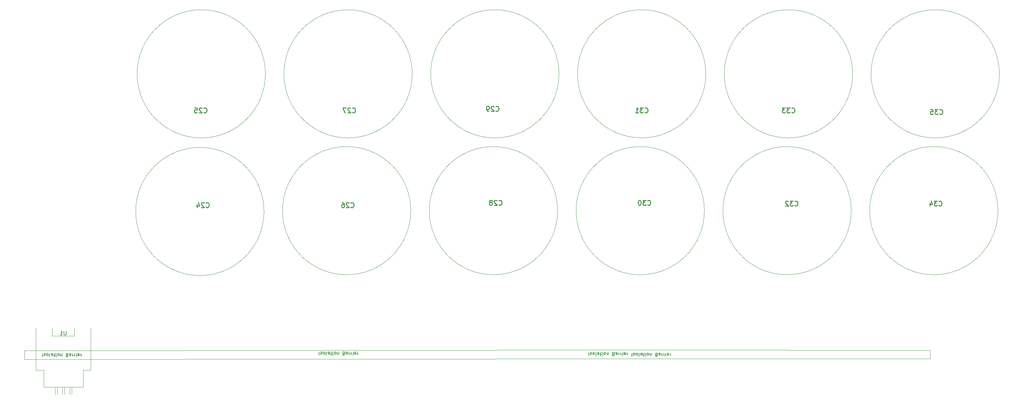
<source format=gbo>
%TF.GenerationSoftware,KiCad,Pcbnew,(5.1.7)-1*%
%TF.CreationDate,2021-03-15T08:37:38+01:00*%
%TF.ProjectId,SuperCap Small,53757065-7243-4617-9020-536d616c6c2e,rev?*%
%TF.SameCoordinates,Original*%
%TF.FileFunction,Legend,Bot*%
%TF.FilePolarity,Positive*%
%FSLAX46Y46*%
G04 Gerber Fmt 4.6, Leading zero omitted, Abs format (unit mm)*
G04 Created by KiCad (PCBNEW (5.1.7)-1) date 2021-03-15 08:37:38*
%MOMM*%
%LPD*%
G01*
G04 APERTURE LIST*
%ADD10C,0.120000*%
%ADD11C,0.150000*%
%ADD12C,0.100000*%
%ADD13C,0.254000*%
G04 APERTURE END LIST*
D10*
X306210000Y-163710000D02*
X378310000Y-163700000D01*
X378310000Y-163700000D02*
X378310000Y-161450000D01*
X378310000Y-161450000D02*
X306210000Y-161424000D01*
X143310000Y-163850000D02*
X143310000Y-161550000D01*
X143310000Y-161550000D02*
X306210000Y-161424000D01*
X306210000Y-163710000D02*
X143310000Y-163850000D01*
D11*
X147960514Y-162339276D02*
X147960514Y-163189276D01*
X148324800Y-162379752D02*
X148405752Y-162339276D01*
X148567657Y-162339276D01*
X148648609Y-162379752D01*
X148689085Y-162460704D01*
X148689085Y-162501180D01*
X148648609Y-162582133D01*
X148567657Y-162622609D01*
X148446228Y-162622609D01*
X148365276Y-162663085D01*
X148324800Y-162744038D01*
X148324800Y-162784514D01*
X148365276Y-162865466D01*
X148446228Y-162905942D01*
X148567657Y-162905942D01*
X148648609Y-162865466D01*
X149174800Y-162339276D02*
X149093847Y-162379752D01*
X149053371Y-162420228D01*
X149012895Y-162501180D01*
X149012895Y-162744038D01*
X149053371Y-162824990D01*
X149093847Y-162865466D01*
X149174800Y-162905942D01*
X149296228Y-162905942D01*
X149377180Y-162865466D01*
X149417657Y-162824990D01*
X149458133Y-162744038D01*
X149458133Y-162501180D01*
X149417657Y-162420228D01*
X149377180Y-162379752D01*
X149296228Y-162339276D01*
X149174800Y-162339276D01*
X149943847Y-162339276D02*
X149862895Y-162379752D01*
X149822419Y-162460704D01*
X149822419Y-163189276D01*
X150631942Y-162339276D02*
X150631942Y-162784514D01*
X150591466Y-162865466D01*
X150510514Y-162905942D01*
X150348609Y-162905942D01*
X150267657Y-162865466D01*
X150631942Y-162379752D02*
X150550990Y-162339276D01*
X150348609Y-162339276D01*
X150267657Y-162379752D01*
X150227180Y-162460704D01*
X150227180Y-162541657D01*
X150267657Y-162622609D01*
X150348609Y-162663085D01*
X150550990Y-162663085D01*
X150631942Y-162703561D01*
X150915276Y-162905942D02*
X151239085Y-162905942D01*
X151036704Y-163189276D02*
X151036704Y-162460704D01*
X151077180Y-162379752D01*
X151158133Y-162339276D01*
X151239085Y-162339276D01*
X151522419Y-162339276D02*
X151522419Y-162905942D01*
X151522419Y-163189276D02*
X151481942Y-163148800D01*
X151522419Y-163108323D01*
X151562895Y-163148800D01*
X151522419Y-163189276D01*
X151522419Y-163108323D01*
X152048609Y-162339276D02*
X151967657Y-162379752D01*
X151927180Y-162420228D01*
X151886704Y-162501180D01*
X151886704Y-162744038D01*
X151927180Y-162824990D01*
X151967657Y-162865466D01*
X152048609Y-162905942D01*
X152170038Y-162905942D01*
X152250990Y-162865466D01*
X152291466Y-162824990D01*
X152331942Y-162744038D01*
X152331942Y-162501180D01*
X152291466Y-162420228D01*
X152250990Y-162379752D01*
X152170038Y-162339276D01*
X152048609Y-162339276D01*
X152696228Y-162905942D02*
X152696228Y-162339276D01*
X152696228Y-162824990D02*
X152736704Y-162865466D01*
X152817657Y-162905942D01*
X152939085Y-162905942D01*
X153020038Y-162865466D01*
X153060514Y-162784514D01*
X153060514Y-162339276D01*
X154396228Y-162784514D02*
X154517657Y-162744038D01*
X154558133Y-162703561D01*
X154598609Y-162622609D01*
X154598609Y-162501180D01*
X154558133Y-162420228D01*
X154517657Y-162379752D01*
X154436704Y-162339276D01*
X154112895Y-162339276D01*
X154112895Y-163189276D01*
X154396228Y-163189276D01*
X154477180Y-163148800D01*
X154517657Y-163108323D01*
X154558133Y-163027371D01*
X154558133Y-162946419D01*
X154517657Y-162865466D01*
X154477180Y-162824990D01*
X154396228Y-162784514D01*
X154112895Y-162784514D01*
X155327180Y-162339276D02*
X155327180Y-162784514D01*
X155286704Y-162865466D01*
X155205752Y-162905942D01*
X155043847Y-162905942D01*
X154962895Y-162865466D01*
X155327180Y-162379752D02*
X155246228Y-162339276D01*
X155043847Y-162339276D01*
X154962895Y-162379752D01*
X154922419Y-162460704D01*
X154922419Y-162541657D01*
X154962895Y-162622609D01*
X155043847Y-162663085D01*
X155246228Y-162663085D01*
X155327180Y-162703561D01*
X155731942Y-162339276D02*
X155731942Y-162905942D01*
X155731942Y-162744038D02*
X155772419Y-162824990D01*
X155812895Y-162865466D01*
X155893847Y-162905942D01*
X155974800Y-162905942D01*
X156258133Y-162339276D02*
X156258133Y-162905942D01*
X156258133Y-162744038D02*
X156298609Y-162824990D01*
X156339085Y-162865466D01*
X156420038Y-162905942D01*
X156500990Y-162905942D01*
X156784323Y-162339276D02*
X156784323Y-162905942D01*
X156784323Y-163189276D02*
X156743847Y-163148800D01*
X156784323Y-163108323D01*
X156824800Y-163148800D01*
X156784323Y-163189276D01*
X156784323Y-163108323D01*
X157512895Y-162379752D02*
X157431942Y-162339276D01*
X157270038Y-162339276D01*
X157189085Y-162379752D01*
X157148609Y-162460704D01*
X157148609Y-162784514D01*
X157189085Y-162865466D01*
X157270038Y-162905942D01*
X157431942Y-162905942D01*
X157512895Y-162865466D01*
X157553371Y-162784514D01*
X157553371Y-162703561D01*
X157148609Y-162622609D01*
X157917657Y-162339276D02*
X157917657Y-162905942D01*
X157917657Y-162744038D02*
X157958133Y-162824990D01*
X157998609Y-162865466D01*
X158079561Y-162905942D01*
X158160514Y-162905942D01*
X219760514Y-161939276D02*
X219760514Y-162789276D01*
X220124800Y-161979752D02*
X220205752Y-161939276D01*
X220367657Y-161939276D01*
X220448609Y-161979752D01*
X220489085Y-162060704D01*
X220489085Y-162101180D01*
X220448609Y-162182133D01*
X220367657Y-162222609D01*
X220246228Y-162222609D01*
X220165276Y-162263085D01*
X220124800Y-162344038D01*
X220124800Y-162384514D01*
X220165276Y-162465466D01*
X220246228Y-162505942D01*
X220367657Y-162505942D01*
X220448609Y-162465466D01*
X220974800Y-161939276D02*
X220893847Y-161979752D01*
X220853371Y-162020228D01*
X220812895Y-162101180D01*
X220812895Y-162344038D01*
X220853371Y-162424990D01*
X220893847Y-162465466D01*
X220974800Y-162505942D01*
X221096228Y-162505942D01*
X221177180Y-162465466D01*
X221217657Y-162424990D01*
X221258133Y-162344038D01*
X221258133Y-162101180D01*
X221217657Y-162020228D01*
X221177180Y-161979752D01*
X221096228Y-161939276D01*
X220974800Y-161939276D01*
X221743847Y-161939276D02*
X221662895Y-161979752D01*
X221622419Y-162060704D01*
X221622419Y-162789276D01*
X222431942Y-161939276D02*
X222431942Y-162384514D01*
X222391466Y-162465466D01*
X222310514Y-162505942D01*
X222148609Y-162505942D01*
X222067657Y-162465466D01*
X222431942Y-161979752D02*
X222350990Y-161939276D01*
X222148609Y-161939276D01*
X222067657Y-161979752D01*
X222027180Y-162060704D01*
X222027180Y-162141657D01*
X222067657Y-162222609D01*
X222148609Y-162263085D01*
X222350990Y-162263085D01*
X222431942Y-162303561D01*
X222715276Y-162505942D02*
X223039085Y-162505942D01*
X222836704Y-162789276D02*
X222836704Y-162060704D01*
X222877180Y-161979752D01*
X222958133Y-161939276D01*
X223039085Y-161939276D01*
X223322419Y-161939276D02*
X223322419Y-162505942D01*
X223322419Y-162789276D02*
X223281942Y-162748800D01*
X223322419Y-162708323D01*
X223362895Y-162748800D01*
X223322419Y-162789276D01*
X223322419Y-162708323D01*
X223848609Y-161939276D02*
X223767657Y-161979752D01*
X223727180Y-162020228D01*
X223686704Y-162101180D01*
X223686704Y-162344038D01*
X223727180Y-162424990D01*
X223767657Y-162465466D01*
X223848609Y-162505942D01*
X223970038Y-162505942D01*
X224050990Y-162465466D01*
X224091466Y-162424990D01*
X224131942Y-162344038D01*
X224131942Y-162101180D01*
X224091466Y-162020228D01*
X224050990Y-161979752D01*
X223970038Y-161939276D01*
X223848609Y-161939276D01*
X224496228Y-162505942D02*
X224496228Y-161939276D01*
X224496228Y-162424990D02*
X224536704Y-162465466D01*
X224617657Y-162505942D01*
X224739085Y-162505942D01*
X224820038Y-162465466D01*
X224860514Y-162384514D01*
X224860514Y-161939276D01*
X226196228Y-162384514D02*
X226317657Y-162344038D01*
X226358133Y-162303561D01*
X226398609Y-162222609D01*
X226398609Y-162101180D01*
X226358133Y-162020228D01*
X226317657Y-161979752D01*
X226236704Y-161939276D01*
X225912895Y-161939276D01*
X225912895Y-162789276D01*
X226196228Y-162789276D01*
X226277180Y-162748800D01*
X226317657Y-162708323D01*
X226358133Y-162627371D01*
X226358133Y-162546419D01*
X226317657Y-162465466D01*
X226277180Y-162424990D01*
X226196228Y-162384514D01*
X225912895Y-162384514D01*
X227127180Y-161939276D02*
X227127180Y-162384514D01*
X227086704Y-162465466D01*
X227005752Y-162505942D01*
X226843847Y-162505942D01*
X226762895Y-162465466D01*
X227127180Y-161979752D02*
X227046228Y-161939276D01*
X226843847Y-161939276D01*
X226762895Y-161979752D01*
X226722419Y-162060704D01*
X226722419Y-162141657D01*
X226762895Y-162222609D01*
X226843847Y-162263085D01*
X227046228Y-162263085D01*
X227127180Y-162303561D01*
X227531942Y-161939276D02*
X227531942Y-162505942D01*
X227531942Y-162344038D02*
X227572419Y-162424990D01*
X227612895Y-162465466D01*
X227693847Y-162505942D01*
X227774800Y-162505942D01*
X228058133Y-161939276D02*
X228058133Y-162505942D01*
X228058133Y-162344038D02*
X228098609Y-162424990D01*
X228139085Y-162465466D01*
X228220038Y-162505942D01*
X228300990Y-162505942D01*
X228584323Y-161939276D02*
X228584323Y-162505942D01*
X228584323Y-162789276D02*
X228543847Y-162748800D01*
X228584323Y-162708323D01*
X228624800Y-162748800D01*
X228584323Y-162789276D01*
X228584323Y-162708323D01*
X229312895Y-161979752D02*
X229231942Y-161939276D01*
X229070038Y-161939276D01*
X228989085Y-161979752D01*
X228948609Y-162060704D01*
X228948609Y-162384514D01*
X228989085Y-162465466D01*
X229070038Y-162505942D01*
X229231942Y-162505942D01*
X229312895Y-162465466D01*
X229353371Y-162384514D01*
X229353371Y-162303561D01*
X228948609Y-162222609D01*
X229717657Y-161939276D02*
X229717657Y-162505942D01*
X229717657Y-162344038D02*
X229758133Y-162424990D01*
X229798609Y-162465466D01*
X229879561Y-162505942D01*
X229960514Y-162505942D01*
X289728714Y-162059476D02*
X289728714Y-162909476D01*
X290093000Y-162099952D02*
X290173952Y-162059476D01*
X290335857Y-162059476D01*
X290416809Y-162099952D01*
X290457285Y-162180904D01*
X290457285Y-162221380D01*
X290416809Y-162302333D01*
X290335857Y-162342809D01*
X290214428Y-162342809D01*
X290133476Y-162383285D01*
X290093000Y-162464238D01*
X290093000Y-162504714D01*
X290133476Y-162585666D01*
X290214428Y-162626142D01*
X290335857Y-162626142D01*
X290416809Y-162585666D01*
X290943000Y-162059476D02*
X290862047Y-162099952D01*
X290821571Y-162140428D01*
X290781095Y-162221380D01*
X290781095Y-162464238D01*
X290821571Y-162545190D01*
X290862047Y-162585666D01*
X290943000Y-162626142D01*
X291064428Y-162626142D01*
X291145380Y-162585666D01*
X291185857Y-162545190D01*
X291226333Y-162464238D01*
X291226333Y-162221380D01*
X291185857Y-162140428D01*
X291145380Y-162099952D01*
X291064428Y-162059476D01*
X290943000Y-162059476D01*
X291712047Y-162059476D02*
X291631095Y-162099952D01*
X291590619Y-162180904D01*
X291590619Y-162909476D01*
X292400142Y-162059476D02*
X292400142Y-162504714D01*
X292359666Y-162585666D01*
X292278714Y-162626142D01*
X292116809Y-162626142D01*
X292035857Y-162585666D01*
X292400142Y-162099952D02*
X292319190Y-162059476D01*
X292116809Y-162059476D01*
X292035857Y-162099952D01*
X291995380Y-162180904D01*
X291995380Y-162261857D01*
X292035857Y-162342809D01*
X292116809Y-162383285D01*
X292319190Y-162383285D01*
X292400142Y-162423761D01*
X292683476Y-162626142D02*
X293007285Y-162626142D01*
X292804904Y-162909476D02*
X292804904Y-162180904D01*
X292845380Y-162099952D01*
X292926333Y-162059476D01*
X293007285Y-162059476D01*
X293290619Y-162059476D02*
X293290619Y-162626142D01*
X293290619Y-162909476D02*
X293250142Y-162869000D01*
X293290619Y-162828523D01*
X293331095Y-162869000D01*
X293290619Y-162909476D01*
X293290619Y-162828523D01*
X293816809Y-162059476D02*
X293735857Y-162099952D01*
X293695380Y-162140428D01*
X293654904Y-162221380D01*
X293654904Y-162464238D01*
X293695380Y-162545190D01*
X293735857Y-162585666D01*
X293816809Y-162626142D01*
X293938238Y-162626142D01*
X294019190Y-162585666D01*
X294059666Y-162545190D01*
X294100142Y-162464238D01*
X294100142Y-162221380D01*
X294059666Y-162140428D01*
X294019190Y-162099952D01*
X293938238Y-162059476D01*
X293816809Y-162059476D01*
X294464428Y-162626142D02*
X294464428Y-162059476D01*
X294464428Y-162545190D02*
X294504904Y-162585666D01*
X294585857Y-162626142D01*
X294707285Y-162626142D01*
X294788238Y-162585666D01*
X294828714Y-162504714D01*
X294828714Y-162059476D01*
X296164428Y-162504714D02*
X296285857Y-162464238D01*
X296326333Y-162423761D01*
X296366809Y-162342809D01*
X296366809Y-162221380D01*
X296326333Y-162140428D01*
X296285857Y-162099952D01*
X296204904Y-162059476D01*
X295881095Y-162059476D01*
X295881095Y-162909476D01*
X296164428Y-162909476D01*
X296245380Y-162869000D01*
X296285857Y-162828523D01*
X296326333Y-162747571D01*
X296326333Y-162666619D01*
X296285857Y-162585666D01*
X296245380Y-162545190D01*
X296164428Y-162504714D01*
X295881095Y-162504714D01*
X297095380Y-162059476D02*
X297095380Y-162504714D01*
X297054904Y-162585666D01*
X296973952Y-162626142D01*
X296812047Y-162626142D01*
X296731095Y-162585666D01*
X297095380Y-162099952D02*
X297014428Y-162059476D01*
X296812047Y-162059476D01*
X296731095Y-162099952D01*
X296690619Y-162180904D01*
X296690619Y-162261857D01*
X296731095Y-162342809D01*
X296812047Y-162383285D01*
X297014428Y-162383285D01*
X297095380Y-162423761D01*
X297500142Y-162059476D02*
X297500142Y-162626142D01*
X297500142Y-162464238D02*
X297540619Y-162545190D01*
X297581095Y-162585666D01*
X297662047Y-162626142D01*
X297743000Y-162626142D01*
X298026333Y-162059476D02*
X298026333Y-162626142D01*
X298026333Y-162464238D02*
X298066809Y-162545190D01*
X298107285Y-162585666D01*
X298188238Y-162626142D01*
X298269190Y-162626142D01*
X298552523Y-162059476D02*
X298552523Y-162626142D01*
X298552523Y-162909476D02*
X298512047Y-162869000D01*
X298552523Y-162828523D01*
X298593000Y-162869000D01*
X298552523Y-162909476D01*
X298552523Y-162828523D01*
X299281095Y-162099952D02*
X299200142Y-162059476D01*
X299038238Y-162059476D01*
X298957285Y-162099952D01*
X298916809Y-162180904D01*
X298916809Y-162504714D01*
X298957285Y-162585666D01*
X299038238Y-162626142D01*
X299200142Y-162626142D01*
X299281095Y-162585666D01*
X299321571Y-162504714D01*
X299321571Y-162423761D01*
X298916809Y-162342809D01*
X299685857Y-162059476D02*
X299685857Y-162626142D01*
X299685857Y-162464238D02*
X299726333Y-162545190D01*
X299766809Y-162585666D01*
X299847761Y-162626142D01*
X299928714Y-162626142D01*
X300920714Y-162215476D02*
X300920714Y-163065476D01*
X301285000Y-162255952D02*
X301365952Y-162215476D01*
X301527857Y-162215476D01*
X301608809Y-162255952D01*
X301649285Y-162336904D01*
X301649285Y-162377380D01*
X301608809Y-162458333D01*
X301527857Y-162498809D01*
X301406428Y-162498809D01*
X301325476Y-162539285D01*
X301285000Y-162620238D01*
X301285000Y-162660714D01*
X301325476Y-162741666D01*
X301406428Y-162782142D01*
X301527857Y-162782142D01*
X301608809Y-162741666D01*
X302135000Y-162215476D02*
X302054047Y-162255952D01*
X302013571Y-162296428D01*
X301973095Y-162377380D01*
X301973095Y-162620238D01*
X302013571Y-162701190D01*
X302054047Y-162741666D01*
X302135000Y-162782142D01*
X302256428Y-162782142D01*
X302337380Y-162741666D01*
X302377857Y-162701190D01*
X302418333Y-162620238D01*
X302418333Y-162377380D01*
X302377857Y-162296428D01*
X302337380Y-162255952D01*
X302256428Y-162215476D01*
X302135000Y-162215476D01*
X302904047Y-162215476D02*
X302823095Y-162255952D01*
X302782619Y-162336904D01*
X302782619Y-163065476D01*
X303592142Y-162215476D02*
X303592142Y-162660714D01*
X303551666Y-162741666D01*
X303470714Y-162782142D01*
X303308809Y-162782142D01*
X303227857Y-162741666D01*
X303592142Y-162255952D02*
X303511190Y-162215476D01*
X303308809Y-162215476D01*
X303227857Y-162255952D01*
X303187380Y-162336904D01*
X303187380Y-162417857D01*
X303227857Y-162498809D01*
X303308809Y-162539285D01*
X303511190Y-162539285D01*
X303592142Y-162579761D01*
X303875476Y-162782142D02*
X304199285Y-162782142D01*
X303996904Y-163065476D02*
X303996904Y-162336904D01*
X304037380Y-162255952D01*
X304118333Y-162215476D01*
X304199285Y-162215476D01*
X304482619Y-162215476D02*
X304482619Y-162782142D01*
X304482619Y-163065476D02*
X304442142Y-163025000D01*
X304482619Y-162984523D01*
X304523095Y-163025000D01*
X304482619Y-163065476D01*
X304482619Y-162984523D01*
X305008809Y-162215476D02*
X304927857Y-162255952D01*
X304887380Y-162296428D01*
X304846904Y-162377380D01*
X304846904Y-162620238D01*
X304887380Y-162701190D01*
X304927857Y-162741666D01*
X305008809Y-162782142D01*
X305130238Y-162782142D01*
X305211190Y-162741666D01*
X305251666Y-162701190D01*
X305292142Y-162620238D01*
X305292142Y-162377380D01*
X305251666Y-162296428D01*
X305211190Y-162255952D01*
X305130238Y-162215476D01*
X305008809Y-162215476D01*
X305656428Y-162782142D02*
X305656428Y-162215476D01*
X305656428Y-162701190D02*
X305696904Y-162741666D01*
X305777857Y-162782142D01*
X305899285Y-162782142D01*
X305980238Y-162741666D01*
X306020714Y-162660714D01*
X306020714Y-162215476D01*
X307356428Y-162660714D02*
X307477857Y-162620238D01*
X307518333Y-162579761D01*
X307558809Y-162498809D01*
X307558809Y-162377380D01*
X307518333Y-162296428D01*
X307477857Y-162255952D01*
X307396904Y-162215476D01*
X307073095Y-162215476D01*
X307073095Y-163065476D01*
X307356428Y-163065476D01*
X307437380Y-163025000D01*
X307477857Y-162984523D01*
X307518333Y-162903571D01*
X307518333Y-162822619D01*
X307477857Y-162741666D01*
X307437380Y-162701190D01*
X307356428Y-162660714D01*
X307073095Y-162660714D01*
X308287380Y-162215476D02*
X308287380Y-162660714D01*
X308246904Y-162741666D01*
X308165952Y-162782142D01*
X308004047Y-162782142D01*
X307923095Y-162741666D01*
X308287380Y-162255952D02*
X308206428Y-162215476D01*
X308004047Y-162215476D01*
X307923095Y-162255952D01*
X307882619Y-162336904D01*
X307882619Y-162417857D01*
X307923095Y-162498809D01*
X308004047Y-162539285D01*
X308206428Y-162539285D01*
X308287380Y-162579761D01*
X308692142Y-162215476D02*
X308692142Y-162782142D01*
X308692142Y-162620238D02*
X308732619Y-162701190D01*
X308773095Y-162741666D01*
X308854047Y-162782142D01*
X308935000Y-162782142D01*
X309218333Y-162215476D02*
X309218333Y-162782142D01*
X309218333Y-162620238D02*
X309258809Y-162701190D01*
X309299285Y-162741666D01*
X309380238Y-162782142D01*
X309461190Y-162782142D01*
X309744523Y-162215476D02*
X309744523Y-162782142D01*
X309744523Y-163065476D02*
X309704047Y-163025000D01*
X309744523Y-162984523D01*
X309785000Y-163025000D01*
X309744523Y-163065476D01*
X309744523Y-162984523D01*
X310473095Y-162255952D02*
X310392142Y-162215476D01*
X310230238Y-162215476D01*
X310149285Y-162255952D01*
X310108809Y-162336904D01*
X310108809Y-162660714D01*
X310149285Y-162741666D01*
X310230238Y-162782142D01*
X310392142Y-162782142D01*
X310473095Y-162741666D01*
X310513571Y-162660714D01*
X310513571Y-162579761D01*
X310108809Y-162498809D01*
X310877857Y-162215476D02*
X310877857Y-162782142D01*
X310877857Y-162620238D02*
X310918333Y-162701190D01*
X310958809Y-162741666D01*
X311039761Y-162782142D01*
X311120714Y-162782142D01*
D12*
%TO.C,C28*%
X264996000Y-108572000D02*
X264996000Y-108572000D01*
X264996000Y-141872000D02*
X264996000Y-141872000D01*
X264996000Y-108572000D02*
G75*
G03*
X264996000Y-141872000I0J-16650000D01*
G01*
X264996000Y-141872000D02*
G75*
G03*
X264996000Y-108572000I0J16650000D01*
G01*
%TO.C,C34*%
X379296000Y-108572000D02*
X379296000Y-108572000D01*
X379296000Y-141872000D02*
X379296000Y-141872000D01*
X379296000Y-108572000D02*
G75*
G03*
X379296000Y-141872000I0J-16650000D01*
G01*
X379296000Y-141872000D02*
G75*
G03*
X379296000Y-108572000I0J16650000D01*
G01*
%TO.C,C25*%
X189156000Y-106312000D02*
X189156000Y-106312000D01*
X189156000Y-73012000D02*
X189156000Y-73012000D01*
X189156000Y-106312000D02*
G75*
G03*
X189156000Y-73012000I0J16650000D01*
G01*
X189156000Y-73012000D02*
G75*
G03*
X189156000Y-106312000I0J-16650000D01*
G01*
%TO.C,C33*%
X341556000Y-106312000D02*
X341556000Y-106312000D01*
X341556000Y-73012000D02*
X341556000Y-73012000D01*
X341556000Y-106312000D02*
G75*
G03*
X341556000Y-73012000I0J16650000D01*
G01*
X341556000Y-73012000D02*
G75*
G03*
X341556000Y-106312000I0J-16650000D01*
G01*
%TO.C,C32*%
X341196000Y-108572000D02*
X341196000Y-108572000D01*
X341196000Y-141872000D02*
X341196000Y-141872000D01*
X341196000Y-108572000D02*
G75*
G03*
X341196000Y-141872000I0J-16650000D01*
G01*
X341196000Y-141872000D02*
G75*
G03*
X341196000Y-108572000I0J16650000D01*
G01*
%TO.C,C31*%
X303456000Y-106312000D02*
X303456000Y-106312000D01*
X303456000Y-73012000D02*
X303456000Y-73012000D01*
X303456000Y-106312000D02*
G75*
G03*
X303456000Y-73012000I0J16650000D01*
G01*
X303456000Y-73012000D02*
G75*
G03*
X303456000Y-106312000I0J-16650000D01*
G01*
%TO.C,C27*%
X227256000Y-106312000D02*
X227256000Y-106312000D01*
X227256000Y-73012000D02*
X227256000Y-73012000D01*
X227256000Y-106312000D02*
G75*
G03*
X227256000Y-73012000I0J16650000D01*
G01*
X227256000Y-73012000D02*
G75*
G03*
X227256000Y-106312000I0J-16650000D01*
G01*
%TO.C,C24*%
X188796000Y-108772000D02*
X188796000Y-108772000D01*
X188796000Y-142072000D02*
X188796000Y-142072000D01*
X188796000Y-108772000D02*
G75*
G03*
X188796000Y-142072000I0J-16650000D01*
G01*
X188796000Y-142072000D02*
G75*
G03*
X188796000Y-108772000I0J16650000D01*
G01*
%TO.C,C30*%
X303096000Y-108572000D02*
X303096000Y-108572000D01*
X303096000Y-141872000D02*
X303096000Y-141872000D01*
X303096000Y-108572000D02*
G75*
G03*
X303096000Y-141872000I0J-16650000D01*
G01*
X303096000Y-141872000D02*
G75*
G03*
X303096000Y-108572000I0J16650000D01*
G01*
D10*
%TO.C,U1*%
X146240000Y-166620000D02*
X146240000Y-155700000D01*
X160480000Y-166620000D02*
X160480000Y-155700000D01*
X148240000Y-166620000D02*
X146240000Y-166620000D01*
X158480000Y-166620000D02*
X160480000Y-166620000D01*
X150480000Y-157780000D02*
X150480000Y-155700000D01*
X156240000Y-157780000D02*
X156240000Y-155700000D01*
X156240000Y-157780000D02*
X150480000Y-157780000D01*
X148240000Y-171020000D02*
X158480000Y-171020000D01*
X158480000Y-171020000D02*
X158480000Y-166620000D01*
X148240000Y-171020000D02*
X148240000Y-166620000D01*
X151705000Y-171020000D02*
X151705000Y-172900000D01*
X153615000Y-171020000D02*
X153615000Y-172900000D01*
X155525000Y-171020000D02*
X155525000Y-172900000D01*
X155015000Y-171020000D02*
X155015000Y-172900000D01*
X153105000Y-171020000D02*
X153105000Y-172900000D01*
X151195000Y-171020000D02*
X151195000Y-172900000D01*
D12*
%TO.C,C26*%
X226896000Y-108572000D02*
X226896000Y-108572000D01*
X226896000Y-141872000D02*
X226896000Y-141872000D01*
X226896000Y-108572000D02*
G75*
G03*
X226896000Y-141872000I0J-16650000D01*
G01*
X226896000Y-141872000D02*
G75*
G03*
X226896000Y-108572000I0J16650000D01*
G01*
%TO.C,C29*%
X265356000Y-106312000D02*
X265356000Y-106312000D01*
X265356000Y-73012000D02*
X265356000Y-73012000D01*
X265356000Y-106312000D02*
G75*
G03*
X265356000Y-73012000I0J16650000D01*
G01*
X265356000Y-73012000D02*
G75*
G03*
X265356000Y-106312000I0J-16650000D01*
G01*
%TO.C,C35*%
X379656000Y-106312000D02*
X379656000Y-106312000D01*
X379656000Y-73012000D02*
X379656000Y-73012000D01*
X379656000Y-106312000D02*
G75*
G03*
X379656000Y-73012000I0J16650000D01*
G01*
X379656000Y-73012000D02*
G75*
G03*
X379656000Y-106312000I0J-16650000D01*
G01*
%TO.C,C28*%
D13*
X266376428Y-123653571D02*
X266436904Y-123714047D01*
X266618333Y-123774523D01*
X266739285Y-123774523D01*
X266920714Y-123714047D01*
X267041666Y-123593095D01*
X267102142Y-123472142D01*
X267162619Y-123230238D01*
X267162619Y-123048809D01*
X267102142Y-122806904D01*
X267041666Y-122685952D01*
X266920714Y-122565000D01*
X266739285Y-122504523D01*
X266618333Y-122504523D01*
X266436904Y-122565000D01*
X266376428Y-122625476D01*
X265892619Y-122625476D02*
X265832142Y-122565000D01*
X265711190Y-122504523D01*
X265408809Y-122504523D01*
X265287857Y-122565000D01*
X265227380Y-122625476D01*
X265166904Y-122746428D01*
X265166904Y-122867380D01*
X265227380Y-123048809D01*
X265953095Y-123774523D01*
X265166904Y-123774523D01*
X264441190Y-123048809D02*
X264562142Y-122988333D01*
X264622619Y-122927857D01*
X264683095Y-122806904D01*
X264683095Y-122746428D01*
X264622619Y-122625476D01*
X264562142Y-122565000D01*
X264441190Y-122504523D01*
X264199285Y-122504523D01*
X264078333Y-122565000D01*
X264017857Y-122625476D01*
X263957380Y-122746428D01*
X263957380Y-122806904D01*
X264017857Y-122927857D01*
X264078333Y-122988333D01*
X264199285Y-123048809D01*
X264441190Y-123048809D01*
X264562142Y-123109285D01*
X264622619Y-123169761D01*
X264683095Y-123290714D01*
X264683095Y-123532619D01*
X264622619Y-123653571D01*
X264562142Y-123714047D01*
X264441190Y-123774523D01*
X264199285Y-123774523D01*
X264078333Y-123714047D01*
X264017857Y-123653571D01*
X263957380Y-123532619D01*
X263957380Y-123290714D01*
X264017857Y-123169761D01*
X264078333Y-123109285D01*
X264199285Y-123048809D01*
%TO.C,C34*%
X380576428Y-123853571D02*
X380636904Y-123914047D01*
X380818333Y-123974523D01*
X380939285Y-123974523D01*
X381120714Y-123914047D01*
X381241666Y-123793095D01*
X381302142Y-123672142D01*
X381362619Y-123430238D01*
X381362619Y-123248809D01*
X381302142Y-123006904D01*
X381241666Y-122885952D01*
X381120714Y-122765000D01*
X380939285Y-122704523D01*
X380818333Y-122704523D01*
X380636904Y-122765000D01*
X380576428Y-122825476D01*
X380153095Y-122704523D02*
X379366904Y-122704523D01*
X379790238Y-123188333D01*
X379608809Y-123188333D01*
X379487857Y-123248809D01*
X379427380Y-123309285D01*
X379366904Y-123430238D01*
X379366904Y-123732619D01*
X379427380Y-123853571D01*
X379487857Y-123914047D01*
X379608809Y-123974523D01*
X379971666Y-123974523D01*
X380092619Y-123914047D01*
X380153095Y-123853571D01*
X378278333Y-123127857D02*
X378278333Y-123974523D01*
X378580714Y-122644047D02*
X378883095Y-123551190D01*
X378096904Y-123551190D01*
%TO.C,C25*%
X189776428Y-99653571D02*
X189836904Y-99714047D01*
X190018333Y-99774523D01*
X190139285Y-99774523D01*
X190320714Y-99714047D01*
X190441666Y-99593095D01*
X190502142Y-99472142D01*
X190562619Y-99230238D01*
X190562619Y-99048809D01*
X190502142Y-98806904D01*
X190441666Y-98685952D01*
X190320714Y-98565000D01*
X190139285Y-98504523D01*
X190018333Y-98504523D01*
X189836904Y-98565000D01*
X189776428Y-98625476D01*
X189292619Y-98625476D02*
X189232142Y-98565000D01*
X189111190Y-98504523D01*
X188808809Y-98504523D01*
X188687857Y-98565000D01*
X188627380Y-98625476D01*
X188566904Y-98746428D01*
X188566904Y-98867380D01*
X188627380Y-99048809D01*
X189353095Y-99774523D01*
X188566904Y-99774523D01*
X187417857Y-98504523D02*
X188022619Y-98504523D01*
X188083095Y-99109285D01*
X188022619Y-99048809D01*
X187901666Y-98988333D01*
X187599285Y-98988333D01*
X187478333Y-99048809D01*
X187417857Y-99109285D01*
X187357380Y-99230238D01*
X187357380Y-99532619D01*
X187417857Y-99653571D01*
X187478333Y-99714047D01*
X187599285Y-99774523D01*
X187901666Y-99774523D01*
X188022619Y-99714047D01*
X188083095Y-99653571D01*
%TO.C,C33*%
X342376428Y-99653571D02*
X342436904Y-99714047D01*
X342618333Y-99774523D01*
X342739285Y-99774523D01*
X342920714Y-99714047D01*
X343041666Y-99593095D01*
X343102142Y-99472142D01*
X343162619Y-99230238D01*
X343162619Y-99048809D01*
X343102142Y-98806904D01*
X343041666Y-98685952D01*
X342920714Y-98565000D01*
X342739285Y-98504523D01*
X342618333Y-98504523D01*
X342436904Y-98565000D01*
X342376428Y-98625476D01*
X341953095Y-98504523D02*
X341166904Y-98504523D01*
X341590238Y-98988333D01*
X341408809Y-98988333D01*
X341287857Y-99048809D01*
X341227380Y-99109285D01*
X341166904Y-99230238D01*
X341166904Y-99532619D01*
X341227380Y-99653571D01*
X341287857Y-99714047D01*
X341408809Y-99774523D01*
X341771666Y-99774523D01*
X341892619Y-99714047D01*
X341953095Y-99653571D01*
X340743571Y-98504523D02*
X339957380Y-98504523D01*
X340380714Y-98988333D01*
X340199285Y-98988333D01*
X340078333Y-99048809D01*
X340017857Y-99109285D01*
X339957380Y-99230238D01*
X339957380Y-99532619D01*
X340017857Y-99653571D01*
X340078333Y-99714047D01*
X340199285Y-99774523D01*
X340562142Y-99774523D01*
X340683095Y-99714047D01*
X340743571Y-99653571D01*
%TO.C,C32*%
X343176428Y-123853571D02*
X343236904Y-123914047D01*
X343418333Y-123974523D01*
X343539285Y-123974523D01*
X343720714Y-123914047D01*
X343841666Y-123793095D01*
X343902142Y-123672142D01*
X343962619Y-123430238D01*
X343962619Y-123248809D01*
X343902142Y-123006904D01*
X343841666Y-122885952D01*
X343720714Y-122765000D01*
X343539285Y-122704523D01*
X343418333Y-122704523D01*
X343236904Y-122765000D01*
X343176428Y-122825476D01*
X342753095Y-122704523D02*
X341966904Y-122704523D01*
X342390238Y-123188333D01*
X342208809Y-123188333D01*
X342087857Y-123248809D01*
X342027380Y-123309285D01*
X341966904Y-123430238D01*
X341966904Y-123732619D01*
X342027380Y-123853571D01*
X342087857Y-123914047D01*
X342208809Y-123974523D01*
X342571666Y-123974523D01*
X342692619Y-123914047D01*
X342753095Y-123853571D01*
X341483095Y-122825476D02*
X341422619Y-122765000D01*
X341301666Y-122704523D01*
X340999285Y-122704523D01*
X340878333Y-122765000D01*
X340817857Y-122825476D01*
X340757380Y-122946428D01*
X340757380Y-123067380D01*
X340817857Y-123248809D01*
X341543571Y-123974523D01*
X340757380Y-123974523D01*
%TO.C,C31*%
X304272428Y-99653571D02*
X304332904Y-99714047D01*
X304514333Y-99774523D01*
X304635285Y-99774523D01*
X304816714Y-99714047D01*
X304937666Y-99593095D01*
X304998142Y-99472142D01*
X305058619Y-99230238D01*
X305058619Y-99048809D01*
X304998142Y-98806904D01*
X304937666Y-98685952D01*
X304816714Y-98565000D01*
X304635285Y-98504523D01*
X304514333Y-98504523D01*
X304332904Y-98565000D01*
X304272428Y-98625476D01*
X303849095Y-98504523D02*
X303062904Y-98504523D01*
X303486238Y-98988333D01*
X303304809Y-98988333D01*
X303183857Y-99048809D01*
X303123380Y-99109285D01*
X303062904Y-99230238D01*
X303062904Y-99532619D01*
X303123380Y-99653571D01*
X303183857Y-99714047D01*
X303304809Y-99774523D01*
X303667666Y-99774523D01*
X303788619Y-99714047D01*
X303849095Y-99653571D01*
X301853380Y-99774523D02*
X302579095Y-99774523D01*
X302216238Y-99774523D02*
X302216238Y-98504523D01*
X302337190Y-98685952D01*
X302458142Y-98806904D01*
X302579095Y-98867380D01*
%TO.C,C27*%
X228376428Y-99653571D02*
X228436904Y-99714047D01*
X228618333Y-99774523D01*
X228739285Y-99774523D01*
X228920714Y-99714047D01*
X229041666Y-99593095D01*
X229102142Y-99472142D01*
X229162619Y-99230238D01*
X229162619Y-99048809D01*
X229102142Y-98806904D01*
X229041666Y-98685952D01*
X228920714Y-98565000D01*
X228739285Y-98504523D01*
X228618333Y-98504523D01*
X228436904Y-98565000D01*
X228376428Y-98625476D01*
X227892619Y-98625476D02*
X227832142Y-98565000D01*
X227711190Y-98504523D01*
X227408809Y-98504523D01*
X227287857Y-98565000D01*
X227227380Y-98625476D01*
X227166904Y-98746428D01*
X227166904Y-98867380D01*
X227227380Y-99048809D01*
X227953095Y-99774523D01*
X227166904Y-99774523D01*
X226743571Y-98504523D02*
X225896904Y-98504523D01*
X226441190Y-99774523D01*
%TO.C,C24*%
X190376428Y-124253571D02*
X190436904Y-124314047D01*
X190618333Y-124374523D01*
X190739285Y-124374523D01*
X190920714Y-124314047D01*
X191041666Y-124193095D01*
X191102142Y-124072142D01*
X191162619Y-123830238D01*
X191162619Y-123648809D01*
X191102142Y-123406904D01*
X191041666Y-123285952D01*
X190920714Y-123165000D01*
X190739285Y-123104523D01*
X190618333Y-123104523D01*
X190436904Y-123165000D01*
X190376428Y-123225476D01*
X189892619Y-123225476D02*
X189832142Y-123165000D01*
X189711190Y-123104523D01*
X189408809Y-123104523D01*
X189287857Y-123165000D01*
X189227380Y-123225476D01*
X189166904Y-123346428D01*
X189166904Y-123467380D01*
X189227380Y-123648809D01*
X189953095Y-124374523D01*
X189166904Y-124374523D01*
X188078333Y-123527857D02*
X188078333Y-124374523D01*
X188380714Y-123044047D02*
X188683095Y-123951190D01*
X187896904Y-123951190D01*
%TO.C,C30*%
X304976428Y-123653571D02*
X305036904Y-123714047D01*
X305218333Y-123774523D01*
X305339285Y-123774523D01*
X305520714Y-123714047D01*
X305641666Y-123593095D01*
X305702142Y-123472142D01*
X305762619Y-123230238D01*
X305762619Y-123048809D01*
X305702142Y-122806904D01*
X305641666Y-122685952D01*
X305520714Y-122565000D01*
X305339285Y-122504523D01*
X305218333Y-122504523D01*
X305036904Y-122565000D01*
X304976428Y-122625476D01*
X304553095Y-122504523D02*
X303766904Y-122504523D01*
X304190238Y-122988333D01*
X304008809Y-122988333D01*
X303887857Y-123048809D01*
X303827380Y-123109285D01*
X303766904Y-123230238D01*
X303766904Y-123532619D01*
X303827380Y-123653571D01*
X303887857Y-123714047D01*
X304008809Y-123774523D01*
X304371666Y-123774523D01*
X304492619Y-123714047D01*
X304553095Y-123653571D01*
X302980714Y-122504523D02*
X302859761Y-122504523D01*
X302738809Y-122565000D01*
X302678333Y-122625476D01*
X302617857Y-122746428D01*
X302557380Y-122988333D01*
X302557380Y-123290714D01*
X302617857Y-123532619D01*
X302678333Y-123653571D01*
X302738809Y-123714047D01*
X302859761Y-123774523D01*
X302980714Y-123774523D01*
X303101666Y-123714047D01*
X303162142Y-123653571D01*
X303222619Y-123532619D01*
X303283095Y-123290714D01*
X303283095Y-122988333D01*
X303222619Y-122746428D01*
X303162142Y-122625476D01*
X303101666Y-122565000D01*
X302980714Y-122504523D01*
%TO.C,U1*%
D11*
X154121904Y-156552380D02*
X154121904Y-157361904D01*
X154074285Y-157457142D01*
X154026666Y-157504761D01*
X153931428Y-157552380D01*
X153740952Y-157552380D01*
X153645714Y-157504761D01*
X153598095Y-157457142D01*
X153550476Y-157361904D01*
X153550476Y-156552380D01*
X152550476Y-157552380D02*
X153121904Y-157552380D01*
X152836190Y-157552380D02*
X152836190Y-156552380D01*
X152931428Y-156695238D01*
X153026666Y-156790476D01*
X153121904Y-156838095D01*
%TO.C,C26*%
D13*
X227976428Y-124253571D02*
X228036904Y-124314047D01*
X228218333Y-124374523D01*
X228339285Y-124374523D01*
X228520714Y-124314047D01*
X228641666Y-124193095D01*
X228702142Y-124072142D01*
X228762619Y-123830238D01*
X228762619Y-123648809D01*
X228702142Y-123406904D01*
X228641666Y-123285952D01*
X228520714Y-123165000D01*
X228339285Y-123104523D01*
X228218333Y-123104523D01*
X228036904Y-123165000D01*
X227976428Y-123225476D01*
X227492619Y-123225476D02*
X227432142Y-123165000D01*
X227311190Y-123104523D01*
X227008809Y-123104523D01*
X226887857Y-123165000D01*
X226827380Y-123225476D01*
X226766904Y-123346428D01*
X226766904Y-123467380D01*
X226827380Y-123648809D01*
X227553095Y-124374523D01*
X226766904Y-124374523D01*
X225678333Y-123104523D02*
X225920238Y-123104523D01*
X226041190Y-123165000D01*
X226101666Y-123225476D01*
X226222619Y-123406904D01*
X226283095Y-123648809D01*
X226283095Y-124132619D01*
X226222619Y-124253571D01*
X226162142Y-124314047D01*
X226041190Y-124374523D01*
X225799285Y-124374523D01*
X225678333Y-124314047D01*
X225617857Y-124253571D01*
X225557380Y-124132619D01*
X225557380Y-123830238D01*
X225617857Y-123709285D01*
X225678333Y-123648809D01*
X225799285Y-123588333D01*
X226041190Y-123588333D01*
X226162142Y-123648809D01*
X226222619Y-123709285D01*
X226283095Y-123830238D01*
%TO.C,C29*%
X265576428Y-99253571D02*
X265636904Y-99314047D01*
X265818333Y-99374523D01*
X265939285Y-99374523D01*
X266120714Y-99314047D01*
X266241666Y-99193095D01*
X266302142Y-99072142D01*
X266362619Y-98830238D01*
X266362619Y-98648809D01*
X266302142Y-98406904D01*
X266241666Y-98285952D01*
X266120714Y-98165000D01*
X265939285Y-98104523D01*
X265818333Y-98104523D01*
X265636904Y-98165000D01*
X265576428Y-98225476D01*
X265092619Y-98225476D02*
X265032142Y-98165000D01*
X264911190Y-98104523D01*
X264608809Y-98104523D01*
X264487857Y-98165000D01*
X264427380Y-98225476D01*
X264366904Y-98346428D01*
X264366904Y-98467380D01*
X264427380Y-98648809D01*
X265153095Y-99374523D01*
X264366904Y-99374523D01*
X263762142Y-99374523D02*
X263520238Y-99374523D01*
X263399285Y-99314047D01*
X263338809Y-99253571D01*
X263217857Y-99072142D01*
X263157380Y-98830238D01*
X263157380Y-98346428D01*
X263217857Y-98225476D01*
X263278333Y-98165000D01*
X263399285Y-98104523D01*
X263641190Y-98104523D01*
X263762142Y-98165000D01*
X263822619Y-98225476D01*
X263883095Y-98346428D01*
X263883095Y-98648809D01*
X263822619Y-98769761D01*
X263762142Y-98830238D01*
X263641190Y-98890714D01*
X263399285Y-98890714D01*
X263278333Y-98830238D01*
X263217857Y-98769761D01*
X263157380Y-98648809D01*
%TO.C,C35*%
X380776428Y-100053571D02*
X380836904Y-100114047D01*
X381018333Y-100174523D01*
X381139285Y-100174523D01*
X381320714Y-100114047D01*
X381441666Y-99993095D01*
X381502142Y-99872142D01*
X381562619Y-99630238D01*
X381562619Y-99448809D01*
X381502142Y-99206904D01*
X381441666Y-99085952D01*
X381320714Y-98965000D01*
X381139285Y-98904523D01*
X381018333Y-98904523D01*
X380836904Y-98965000D01*
X380776428Y-99025476D01*
X380353095Y-98904523D02*
X379566904Y-98904523D01*
X379990238Y-99388333D01*
X379808809Y-99388333D01*
X379687857Y-99448809D01*
X379627380Y-99509285D01*
X379566904Y-99630238D01*
X379566904Y-99932619D01*
X379627380Y-100053571D01*
X379687857Y-100114047D01*
X379808809Y-100174523D01*
X380171666Y-100174523D01*
X380292619Y-100114047D01*
X380353095Y-100053571D01*
X378417857Y-98904523D02*
X379022619Y-98904523D01*
X379083095Y-99509285D01*
X379022619Y-99448809D01*
X378901666Y-99388333D01*
X378599285Y-99388333D01*
X378478333Y-99448809D01*
X378417857Y-99509285D01*
X378357380Y-99630238D01*
X378357380Y-99932619D01*
X378417857Y-100053571D01*
X378478333Y-100114047D01*
X378599285Y-100174523D01*
X378901666Y-100174523D01*
X379022619Y-100114047D01*
X379083095Y-100053571D01*
%TD*%
M02*

</source>
